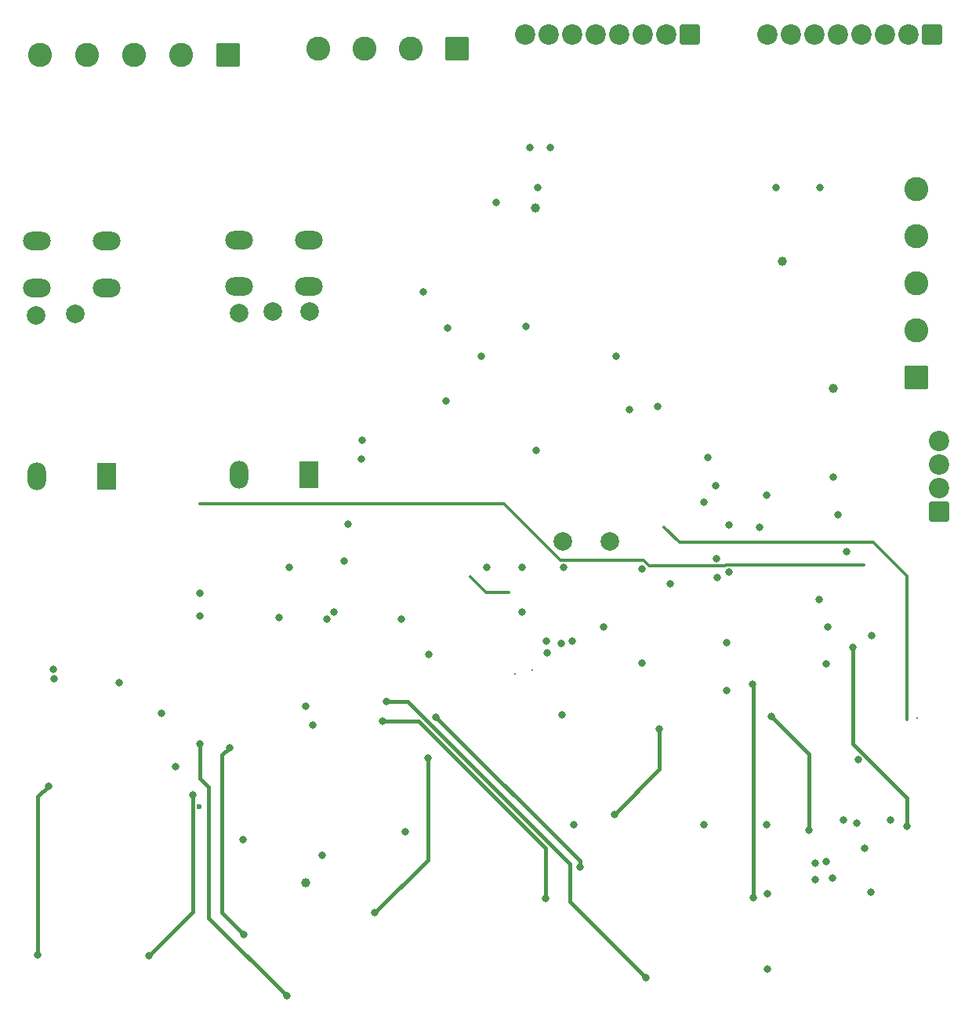
<source format=gbr>
%TF.GenerationSoftware,KiCad,Pcbnew,9.0.7-9.0.7~ubuntu24.04.1*%
%TF.CreationDate,2026-01-30T18:11:09-03:00*%
%TF.ProjectId,Main board,4d61696e-2062-46f6-9172-642e6b696361,1*%
%TF.SameCoordinates,Original*%
%TF.FileFunction,Copper,L5,Inr*%
%TF.FilePolarity,Positive*%
%FSLAX46Y46*%
G04 Gerber Fmt 4.6, Leading zero omitted, Abs format (unit mm)*
G04 Created by KiCad (PCBNEW 9.0.7-9.0.7~ubuntu24.04.1) date 2026-01-30 18:11:09*
%MOMM*%
%LPD*%
G01*
G04 APERTURE LIST*
G04 Aperture macros list*
%AMRoundRect*
0 Rectangle with rounded corners*
0 $1 Rounding radius*
0 $2 $3 $4 $5 $6 $7 $8 $9 X,Y pos of 4 corners*
0 Add a 4 corners polygon primitive as box body*
4,1,4,$2,$3,$4,$5,$6,$7,$8,$9,$2,$3,0*
0 Add four circle primitives for the rounded corners*
1,1,$1+$1,$2,$3*
1,1,$1+$1,$4,$5*
1,1,$1+$1,$6,$7*
1,1,$1+$1,$8,$9*
0 Add four rect primitives between the rounded corners*
20,1,$1+$1,$2,$3,$4,$5,0*
20,1,$1+$1,$4,$5,$6,$7,0*
20,1,$1+$1,$6,$7,$8,$9,0*
20,1,$1+$1,$8,$9,$2,$3,0*%
G04 Aperture macros list end*
%TA.AperFunction,ComponentPad*%
%ADD10O,3.000000X2.000000*%
%TD*%
%TA.AperFunction,ComponentPad*%
%ADD11R,2.000000X3.000000*%
%TD*%
%TA.AperFunction,ComponentPad*%
%ADD12O,2.000000X3.000000*%
%TD*%
%TA.AperFunction,ComponentPad*%
%ADD13RoundRect,0.249999X0.850001X0.850001X-0.850001X0.850001X-0.850001X-0.850001X0.850001X-0.850001X0*%
%TD*%
%TA.AperFunction,ComponentPad*%
%ADD14C,2.200000*%
%TD*%
%TA.AperFunction,ComponentPad*%
%ADD15RoundRect,0.249999X0.850001X-0.850001X0.850001X0.850001X-0.850001X0.850001X-0.850001X-0.850001X0*%
%TD*%
%TA.AperFunction,ComponentPad*%
%ADD16RoundRect,0.250000X1.050000X1.050000X-1.050000X1.050000X-1.050000X-1.050000X1.050000X-1.050000X0*%
%TD*%
%TA.AperFunction,ComponentPad*%
%ADD17C,2.600000*%
%TD*%
%TA.AperFunction,ComponentPad*%
%ADD18RoundRect,0.250000X1.050000X-1.050000X1.050000X1.050000X-1.050000X1.050000X-1.050000X-1.050000X0*%
%TD*%
%TA.AperFunction,ViaPad*%
%ADD19C,2.000000*%
%TD*%
%TA.AperFunction,ViaPad*%
%ADD20C,0.800000*%
%TD*%
%TA.AperFunction,ViaPad*%
%ADD21C,0.300000*%
%TD*%
%TA.AperFunction,ViaPad*%
%ADD22C,1.000000*%
%TD*%
%TA.AperFunction,ViaPad*%
%ADD23C,0.600000*%
%TD*%
%TA.AperFunction,Conductor*%
%ADD24C,0.400000*%
%TD*%
%TA.AperFunction,Conductor*%
%ADD25C,0.300000*%
%TD*%
G04 APERTURE END LIST*
D10*
%TO.N,/power selector/P_SOLAR_I*%
%TO.C,K701*%
X56700000Y-65875000D03*
%TO.N,/power selector/P_MAIN_O*%
X56700000Y-60835000D03*
%TO.N,/power selector/P_SOLAR_I*%
X49200000Y-65875000D03*
%TO.N,/power selector/P_MAIN_O*%
X49200000Y-60835000D03*
D11*
%TO.N,/power selector/C_COIL_SOL*%
X56700000Y-86175000D03*
D12*
%TO.N,+9V*%
X49200000Y-86175000D03*
%TD*%
D13*
%TO.N,/solar array deployment/C_PANEL_CLOSE_BTN_I*%
%TO.C,J108*%
X97850000Y-38705000D03*
D14*
%TO.N,GND*%
X95310000Y-38705000D03*
%TO.N,/solar array deployment/C_PANEL_OPEEN_BTN_I*%
X92770000Y-38705000D03*
%TO.N,GND*%
X90230000Y-38705000D03*
%TO.N,/solar array verification/A_PANEL_CLOSE_SENSOR_I*%
X87690000Y-38705000D03*
%TO.N,GND*%
X85150000Y-38705000D03*
%TO.N,/solar array verification/A_PANEL_OPEN_SENSOR_I*%
X82610000Y-38705000D03*
%TO.N,GND*%
X80070000Y-38705000D03*
%TD*%
D13*
%TO.N,/active filter/A_LDR_N_I*%
%TO.C,J101*%
X123985000Y-38705000D03*
D14*
%TO.N,GND*%
X121445000Y-38705000D03*
%TO.N,/active filter/A_LDR_E_I*%
X118905000Y-38705000D03*
%TO.N,GND*%
X116365000Y-38705000D03*
%TO.N,/active filter/A_LDR_S_I*%
X113825000Y-38705000D03*
%TO.N,GND*%
X111285000Y-38705000D03*
%TO.N,/active filter/A_LDR_W_I*%
X108745000Y-38705000D03*
%TO.N,GND*%
X106205000Y-38705000D03*
%TD*%
D15*
%TO.N,/thermal control/A_HTAS_I*%
%TO.C,J109*%
X124783711Y-90151799D03*
D14*
%TO.N,GND*%
X124783711Y-87611799D03*
%TO.N,/thermal control/A_LTHC_I*%
X124783711Y-85071799D03*
%TO.N,GND*%
X124783711Y-82531799D03*
%TD*%
D10*
%TO.N,/power selector/P_BATTERY_I*%
%TO.C,K702*%
X34850000Y-66025000D03*
%TO.N,/power selector/P_MAIN_O*%
X34850000Y-60985000D03*
%TO.N,/power selector/P_BATTERY_I*%
X27350000Y-66025000D03*
%TO.N,/power selector/P_MAIN_O*%
X27350000Y-60985000D03*
D11*
%TO.N,/power selector/C_COIL_BATT*%
X34850000Y-86325000D03*
D12*
%TO.N,+9V*%
X27350000Y-86325000D03*
%TD*%
D16*
%TO.N,/thermal control/A_LTHC_O*%
%TO.C,J110*%
X72750000Y-40202500D03*
D17*
%TO.N,GND*%
X67750000Y-40202500D03*
%TO.N,/solar array deployment/S_SERVO_SIGNAL_O*%
X62750000Y-40202500D03*
%TO.N,GND*%
X57750000Y-40202500D03*
%TD*%
D18*
%TO.N,+9V*%
%TO.C,J103*%
X122350000Y-75725000D03*
D17*
%TO.N,+9VA*%
X122350000Y-70645000D03*
%TO.N,-9VA*%
X122350000Y-65565000D03*
%TO.N,GND*%
X122350000Y-60485000D03*
X122350000Y-55405000D03*
%TD*%
D16*
%TO.N,/power selector/P_SOLAR_I*%
%TO.C,J105*%
X48010000Y-40907500D03*
D17*
%TO.N,GND*%
X42930000Y-40907500D03*
%TO.N,/power selector/P_MAIN_O*%
X37850000Y-40907500D03*
%TO.N,GND*%
X32770000Y-40907500D03*
%TO.N,/power selector/P_BATTERY_I*%
X27690000Y-40907500D03*
%TD*%
D19*
%TO.N,+9V*%
X89250000Y-93426000D03*
X84150000Y-93425000D03*
D20*
%TO.N,/solar array verification/A_IN+_STP_CLS*%
X106142000Y-88425000D03*
X69700000Y-105575000D03*
%TO.N,/active filter/A_LDR_N_O*%
X29200000Y-108225000D03*
X79700000Y-96175000D03*
%TO.N,/active filter/A_LDR_E_O*%
X84209281Y-96175000D03*
X29065564Y-107209436D03*
%TO.N,/active filter/A_LDR_W_O*%
X53500000Y-101575000D03*
X88550000Y-102575000D03*
%TO.N,/active filter/A_IN-_W*%
X56400000Y-111125000D03*
X57100000Y-113201000D03*
%TO.N,/active filter/A_LDR_S_O*%
X58650000Y-101775000D03*
X79700000Y-100974000D03*
%TO.N,/thermal control/L_HTAS*%
X110750000Y-124575000D03*
X106700000Y-112275000D03*
%TO.N,/thermal control/A_HTAS_O*%
X112600000Y-106575000D03*
X111853000Y-99675000D03*
X115913186Y-123756814D03*
X81238652Y-83580000D03*
X102049000Y-91625000D03*
%TO.N,/thermal control/A_LTHC_O*%
X81400000Y-55175000D03*
X117500000Y-103544425D03*
X111950000Y-55175000D03*
X107200000Y-55175000D03*
X113375668Y-86457377D03*
%TO.N,/thermal control/L_LTHC*%
X115500000Y-104825000D03*
X121350000Y-124125000D03*
%TO.N,/solar eclipse/L_ECLIPSE*%
X86000000Y-128525000D03*
X70450000Y-112325000D03*
D21*
%TO.N,/solar eclipse/C_ECLIPSE_O*%
X78950000Y-107725000D03*
X80850000Y-107275000D03*
D20*
%TO.N,/solar eclipse/L_LIGHT_N*%
X94550000Y-113625000D03*
X89700000Y-122825000D03*
D21*
%TO.N,/solar eclipse/C_LIGHT_E_O*%
X121300000Y-112575000D03*
X95100000Y-91825000D03*
D20*
%TO.N,/solar eclipse/L_LIGHT_E*%
X104750000Y-131825000D03*
X104650000Y-108825000D03*
%TO.N,/solar eclipse/L_LIGHT_S*%
X65062500Y-110675000D03*
X93100000Y-140425000D03*
%TO.N,/solar eclipse/L_LIGHT_W*%
X64700000Y-112775000D03*
X82300000Y-131875000D03*
D21*
%TO.N,/solar eclipse/C_LIGHT_W_O*%
X122400000Y-112475000D03*
D22*
%TO.N,/solar array deployment/S_SERVO_SIGNAL_O*%
X81172860Y-57404222D03*
X107845000Y-63125000D03*
D20*
%TO.N,/solar array deployment/L_PANEL_OPEN*%
X48150000Y-115625000D03*
X49700000Y-135825000D03*
D21*
%TO.N,/solar array deployment/C_PANEL_OPEN_LATCH_O*%
X78300000Y-98925000D03*
X74150000Y-97225000D03*
D20*
%TO.N,/solar array deployment/L_PANEL_CLOSE*%
X69550000Y-116725000D03*
X63800000Y-133475000D03*
%TO.N,/solar array verification/A_STP_OPN_O*%
X91350000Y-79125000D03*
X54550000Y-96175000D03*
%TO.N,/solar array verification/L_ALARM*%
X54300000Y-142425000D03*
X44950000Y-115225000D03*
D21*
%TO.N,/power selector/C_BATT_SELECT*%
X44950000Y-89325000D03*
X116671418Y-95903583D03*
D20*
%TO.N,/active filter/A_LDR_S_I*%
X42300000Y-117675000D03*
%TO.N,/active filter/A_LDR_N_I*%
X36200000Y-108625000D03*
%TO.N,/active filter/A_LDR_W_I*%
X58150000Y-127275000D03*
%TO.N,/active filter/A_LDR_E_I*%
X40825000Y-111925000D03*
D19*
%TO.N,/power selector/P_BATTERY_I*%
X31450000Y-68825000D03*
X27250000Y-68975000D03*
%TO.N,/power selector/P_SOLAR_I*%
X56750000Y-68575000D03*
X49200000Y-68775000D03*
X52850000Y-68575000D03*
D20*
%TO.N,/solar array verification/A_PANEL_CLOSE_SENSOR_I*%
X82750000Y-50925000D03*
X80200000Y-70225000D03*
%TO.N,/solar array verification/A_PANEL_OPEN_SENSOR_I*%
X76950000Y-56825000D03*
X80600000Y-50875000D03*
%TO.N,/solar array verification/A_RST_SET_2*%
X62450000Y-82475000D03*
X62400000Y-84475000D03*
%TO.N,/thermal control/A_BIAS_LTHC_1*%
X116047849Y-116900000D03*
X119500000Y-123425000D03*
%TO.N,/solar array deployment/A_BASE_OPN*%
X100750000Y-95225000D03*
X100800000Y-97275000D03*
%TO.N,/solar array deployment/A_BASE_CLS*%
X95700000Y-97975000D03*
X99400000Y-89175000D03*
%TO.N,/thermal control/A_BIAS_LTHC_2*%
X116700000Y-126475000D03*
X114450000Y-123425000D03*
%TO.N,/thermal control/A_SETPOINT_LTHC*%
X117450000Y-131225000D03*
X102049000Y-96650000D03*
X100649441Y-87360000D03*
X112750000Y-102625000D03*
%TO.N,/solar eclipse/A_FEEDBACK_U403A*%
X92700000Y-106526000D03*
X82450000Y-105425000D03*
%TO.N,/thermal control/A_BIAS_HTAS_2*%
X113300000Y-129725000D03*
X112545604Y-127920604D03*
%TO.N,/thermal control/A_BIAS_HTAS_1*%
X111400000Y-128125000D03*
X111400000Y-129875000D03*
%TO.N,/solar array verification/A_IN-_ASL*%
X60550000Y-95525000D03*
X94350000Y-78825000D03*
X60900000Y-91525000D03*
X59456407Y-100975000D03*
%TO.N,/solar array verification/A_RST_SET_1*%
X75350000Y-73375000D03*
X71500000Y-78225000D03*
%TO.N,/solar array verification/A_IN-_STP_CLS*%
X114797793Y-94527207D03*
X105350000Y-91875000D03*
X113850000Y-90475000D03*
X66722549Y-101775000D03*
%TO.N,/power selector/A_SETPOINT_BATTERY*%
X71700000Y-70325000D03*
X49621469Y-125525000D03*
%TO.N,/solar eclipse/A_SETPOINT_LDR_N*%
X85350000Y-123925000D03*
X75950000Y-96175000D03*
X44900000Y-101425000D03*
X44900000Y-98975000D03*
%TO.N,/solar eclipse/A_SETPOINT_LDR_S*%
X82399000Y-104175000D03*
X84051000Y-112125000D03*
%TO.N,/solar eclipse/A_SETPOINT_LDR_W*%
X101850000Y-109475000D03*
X85150000Y-104175000D03*
X101850000Y-104275000D03*
X99400000Y-123925000D03*
D23*
%TO.N,/power selector/A_SETPOINT_SOLAR*%
X44850000Y-121975000D03*
D20*
X69050000Y-66425000D03*
%TO.N,/thermal control/A_SETPOINT_HTAS*%
X99760666Y-84362500D03*
X84000000Y-104425000D03*
X106142000Y-123925000D03*
X92695524Y-96320524D03*
X106200000Y-131376000D03*
X106200000Y-139525000D03*
D22*
%TO.N,/solar array deployment/S_SERVO_PREFILTER_O*%
X56350000Y-130177000D03*
X113372793Y-76847793D03*
D20*
%TO.N,/solar array deployment/A_SETPOINT_CLOSE*%
X89900000Y-73425000D03*
X67100000Y-124725000D03*
%TO.N,/power selector/L_SOLAR_SELECT*%
X27450000Y-138025000D03*
X28600000Y-119775000D03*
%TO.N,/power selector/L_BATT_SELECT*%
X44200000Y-120775000D03*
X39450000Y-138075000D03*
%TD*%
D24*
%TO.N,/thermal control/L_HTAS*%
X110750000Y-116325000D02*
X106700000Y-112275000D01*
X110750000Y-124575000D02*
X110750000Y-116325000D01*
%TO.N,/thermal control/L_LTHC*%
X115500000Y-115219365D02*
X115500000Y-104825000D01*
X121350000Y-124125000D02*
X121350000Y-121069365D01*
X121350000Y-121069365D02*
X115500000Y-115219365D01*
%TO.N,/solar eclipse/L_ECLIPSE*%
X86000000Y-128525000D02*
X86000000Y-127875000D01*
X86000000Y-127875000D02*
X70450000Y-112325000D01*
%TO.N,/solar eclipse/L_LIGHT_N*%
X94550000Y-117975000D02*
X94550000Y-113625000D01*
X89700000Y-122825000D02*
X94550000Y-117975000D01*
D25*
%TO.N,/solar eclipse/C_LIGHT_E_O*%
X96750000Y-93475000D02*
X95100000Y-91825000D01*
X121300000Y-97075000D02*
X117700000Y-93475000D01*
X117700000Y-93475000D02*
X96750000Y-93475000D01*
X121300000Y-112575000D02*
X121300000Y-97075000D01*
D24*
%TO.N,/solar eclipse/L_LIGHT_E*%
X104750000Y-108925000D02*
X104650000Y-108825000D01*
X104750000Y-131825000D02*
X104750000Y-108925000D01*
%TO.N,/solar eclipse/L_LIGHT_S*%
X67350000Y-110675000D02*
X65062500Y-110675000D01*
X93100000Y-140425000D02*
X84900000Y-132225000D01*
X84900000Y-128225000D02*
X67350000Y-110675000D01*
X84900000Y-132225000D02*
X84900000Y-128225000D01*
%TO.N,/solar eclipse/L_LIGHT_W*%
X82300000Y-126474942D02*
X68600029Y-112774971D01*
X68600000Y-112775000D02*
X64700000Y-112775000D01*
X68600029Y-112774971D02*
X68600000Y-112775000D01*
X82300000Y-131875000D02*
X82300000Y-126474942D01*
%TO.N,/solar array deployment/L_PANEL_OPEN*%
X47350000Y-116425000D02*
X48150000Y-115625000D01*
X47350000Y-133475000D02*
X47350000Y-116425000D01*
X49700000Y-135825000D02*
X47350000Y-133475000D01*
D25*
%TO.N,/solar array deployment/C_PANEL_OPEN_LATCH_O*%
X75850000Y-98925000D02*
X74150000Y-97225000D01*
X78300000Y-98925000D02*
X75850000Y-98925000D01*
D24*
%TO.N,/solar array deployment/L_PANEL_CLOSE*%
X69550000Y-127725000D02*
X69550000Y-116725000D01*
X63800000Y-133475000D02*
X69550000Y-127725000D01*
%TO.N,/solar array verification/L_ALARM*%
X45900000Y-134025000D02*
X45900000Y-119875000D01*
X45900000Y-119875000D02*
X44950000Y-118925000D01*
X54300000Y-142425000D02*
X45900000Y-134025000D01*
X44950000Y-118925000D02*
X44950000Y-115225000D01*
D25*
%TO.N,/power selector/C_BATT_SELECT*%
X116474000Y-95899000D02*
X116478583Y-95903583D01*
X92861075Y-95424000D02*
X83898206Y-95424000D01*
X101627476Y-96009449D02*
X93446524Y-96009449D01*
X93446524Y-96009449D02*
X92861075Y-95424000D01*
X77799206Y-89325000D02*
X44950000Y-89325000D01*
X116474000Y-95899000D02*
X101737925Y-95899000D01*
X83898206Y-95424000D02*
X77799206Y-89325000D01*
X116478583Y-95903583D02*
X116671418Y-95903583D01*
X101737925Y-95899000D02*
X101627476Y-96009449D01*
D24*
%TO.N,/power selector/L_SOLAR_SELECT*%
X27450000Y-120925000D02*
X28600000Y-119775000D01*
X27450000Y-138025000D02*
X27450000Y-120925000D01*
%TO.N,/power selector/L_BATT_SELECT*%
X44149000Y-120826000D02*
X44200000Y-120775000D01*
X44149000Y-133376000D02*
X44149000Y-120826000D01*
X39450000Y-138075000D02*
X44149000Y-133376000D01*
%TD*%
M02*

</source>
